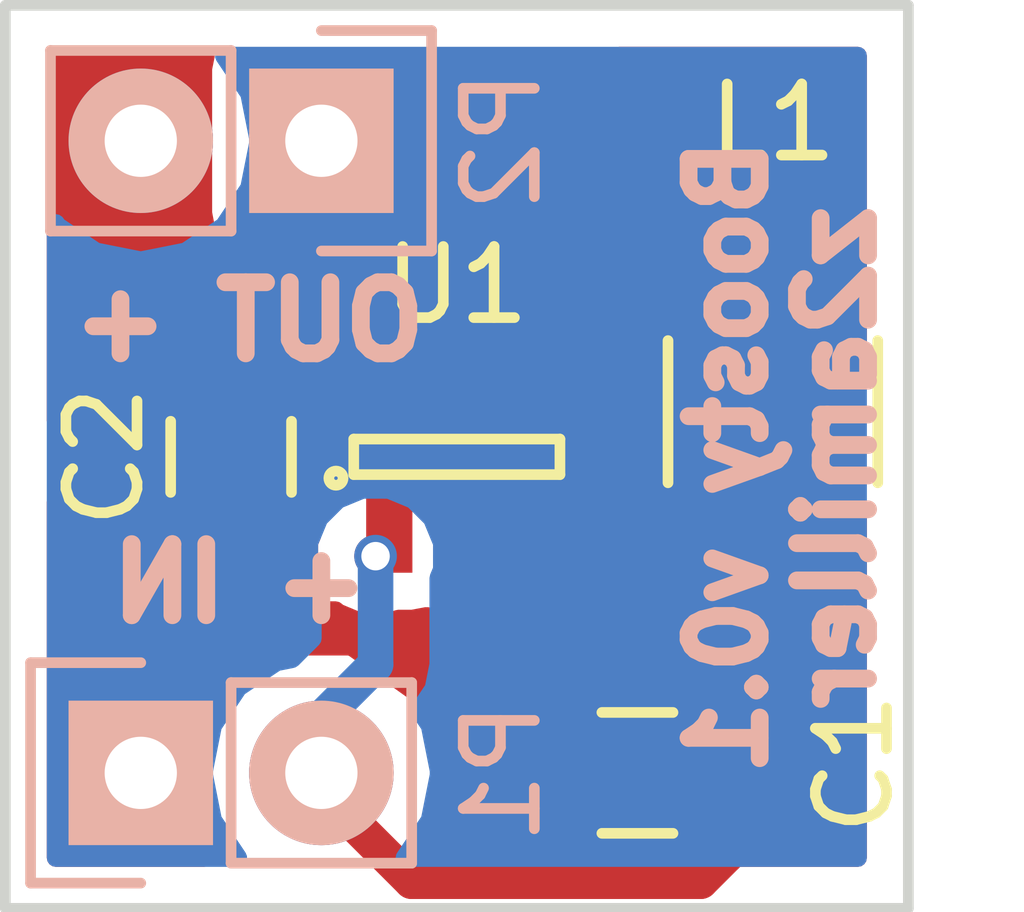
<source format=kicad_pcb>
(kicad_pcb (version 4) (host pcbnew "(2015-10-28 BZR 6285)-product")

  (general
    (links 11)
    (no_connects 0)
    (area 150.715 101.571666 167.505 120.678333)
    (thickness 1.6)
    (drawings 8)
    (tracks 31)
    (zones 0)
    (modules 6)
    (nets 5)
  )

  (page A4)
  (layers
    (0 F.Cu signal)
    (31 B.Cu signal)
    (32 B.Adhes user)
    (33 F.Adhes user)
    (34 B.Paste user)
    (35 F.Paste user)
    (36 B.SilkS user)
    (37 F.SilkS user)
    (38 B.Mask user)
    (39 F.Mask user)
    (40 Dwgs.User user)
    (41 Cmts.User user)
    (42 Eco1.User user)
    (43 Eco2.User user)
    (44 Edge.Cuts user)
    (45 Margin user)
    (46 B.CrtYd user)
    (47 F.CrtYd user)
    (48 B.Fab user)
    (49 F.Fab user)
  )

  (setup
    (last_trace_width 0.25)
    (trace_clearance 0.2)
    (zone_clearance 0.508)
    (zone_45_only no)
    (trace_min 0.2)
    (segment_width 0.2)
    (edge_width 0.15)
    (via_size 0.6)
    (via_drill 0.4)
    (via_min_size 0.4)
    (via_min_drill 0.3)
    (uvia_size 0.3)
    (uvia_drill 0.1)
    (uvias_allowed no)
    (uvia_min_size 0.2)
    (uvia_min_drill 0.1)
    (pcb_text_width 0.3)
    (pcb_text_size 1.5 1.5)
    (mod_edge_width 0.15)
    (mod_text_size 1 1)
    (mod_text_width 0.15)
    (pad_size 1.524 1.524)
    (pad_drill 0.762)
    (pad_to_mask_clearance 0.2)
    (aux_axis_origin 0 0)
    (visible_elements FFFFFF7F)
    (pcbplotparams
      (layerselection 0x010f0_80000001)
      (usegerberextensions true)
      (excludeedgelayer true)
      (linewidth 0.100000)
      (plotframeref false)
      (viasonmask false)
      (mode 1)
      (useauxorigin false)
      (hpglpennumber 1)
      (hpglpenspeed 20)
      (hpglpendiameter 15)
      (hpglpenoverlay 2)
      (psnegative false)
      (psa4output false)
      (plotreference true)
      (plotvalue true)
      (plotinvisibletext false)
      (padsonsilk false)
      (subtractmaskfromsilk false)
      (outputformat 1)
      (mirror false)
      (drillshape 0)
      (scaleselection 1)
      (outputdirectory gerber))
  )

  (net 0 "")
  (net 1 +BATT)
  (net 2 GND)
  (net 3 +5V)
  (net 4 "Net-(L1-Pad2)")

  (net_class Default "This is the default net class."
    (clearance 0.2)
    (trace_width 0.25)
    (via_dia 0.6)
    (via_drill 0.4)
    (uvia_dia 0.3)
    (uvia_drill 0.1)
    (add_net "Net-(L1-Pad2)")
  )

  (net_class thick ""
    (clearance 0.2)
    (trace_width 0.5)
    (via_dia 0.6)
    (via_drill 0.4)
    (uvia_dia 0.3)
    (uvia_drill 0.1)
    (add_net +5V)
    (add_net +BATT)
    (add_net GND)
  )

  (module Capacitors_SMD:C_0805_HandSoldering (layer F.Cu) (tedit 56496F54) (tstamp 56496937)
    (at 161.925 115.57 180)
    (descr "Capacitor SMD 0805, hand soldering")
    (tags "capacitor 0805")
    (path /564968F7)
    (zone_connect 2)
    (attr smd)
    (fp_text reference C1 (at -3.048 0.127 270) (layer F.SilkS)
      (effects (font (size 1 1) (thickness 0.15)))
    )
    (fp_text value 10uF (at 0 2.1 180) (layer F.Fab)
      (effects (font (size 1 1) (thickness 0.15)))
    )
    (fp_line (start -2.3 -1) (end 2.3 -1) (layer F.CrtYd) (width 0.05))
    (fp_line (start -2.3 1) (end 2.3 1) (layer F.CrtYd) (width 0.05))
    (fp_line (start -2.3 -1) (end -2.3 1) (layer F.CrtYd) (width 0.05))
    (fp_line (start 2.3 -1) (end 2.3 1) (layer F.CrtYd) (width 0.05))
    (fp_line (start 0.5 -0.85) (end -0.5 -0.85) (layer F.SilkS) (width 0.15))
    (fp_line (start -0.5 0.85) (end 0.5 0.85) (layer F.SilkS) (width 0.15))
    (pad 1 smd rect (at -1.25 0 180) (size 1.5 1.25) (layers F.Cu F.Paste F.Mask)
      (net 1 +BATT) (zone_connect 2))
    (pad 2 smd rect (at 1.25 0 180) (size 1.5 1.25) (layers F.Cu F.Paste F.Mask)
      (net 2 GND) (zone_connect 2))
    (model Capacitors_SMD.3dshapes/C_0805_HandSoldering.wrl
      (at (xyz 0 0 0))
      (scale (xyz 1 1 1))
      (rotate (xyz 0 0 0))
    )
  )

  (module Capacitors_SMD:C_0805_HandSoldering (layer F.Cu) (tedit 56496E39) (tstamp 5649693D)
    (at 156.21 111.125 270)
    (descr "Capacitor SMD 0805, hand soldering")
    (tags "capacitor 0805")
    (path /564969AA)
    (zone_connect 2)
    (attr smd)
    (fp_text reference C2 (at 0 1.778 270) (layer F.SilkS)
      (effects (font (size 1 1) (thickness 0.15)))
    )
    (fp_text value 10uF (at 0 2.1 270) (layer F.Fab)
      (effects (font (size 1 1) (thickness 0.15)))
    )
    (fp_line (start -2.3 -1) (end 2.3 -1) (layer F.CrtYd) (width 0.05))
    (fp_line (start -2.3 1) (end 2.3 1) (layer F.CrtYd) (width 0.05))
    (fp_line (start -2.3 -1) (end -2.3 1) (layer F.CrtYd) (width 0.05))
    (fp_line (start 2.3 -1) (end 2.3 1) (layer F.CrtYd) (width 0.05))
    (fp_line (start 0.5 -0.85) (end -0.5 -0.85) (layer F.SilkS) (width 0.15))
    (fp_line (start -0.5 0.85) (end 0.5 0.85) (layer F.SilkS) (width 0.15))
    (pad 1 smd rect (at -1.25 0 270) (size 1.5 1.25) (layers F.Cu F.Paste F.Mask)
      (net 3 +5V) (zone_connect 2))
    (pad 2 smd rect (at 1.25 0 270) (size 1.5 1.25) (layers F.Cu F.Paste F.Mask)
      (net 2 GND) (zone_connect 2))
    (model Capacitors_SMD.3dshapes/C_0805_HandSoldering.wrl
      (at (xyz 0 0 0))
      (scale (xyz 1 1 1))
      (rotate (xyz 0 0 0))
    )
  )

  (module Resistors_SMD:R_1210_HandSoldering (layer F.Cu) (tedit 56496E27) (tstamp 56496943)
    (at 163.83 110.49 90)
    (descr "Resistor SMD 1210, hand soldering")
    (tags "resistor 1210")
    (path /56496A68)
    (zone_connect 2)
    (attr smd)
    (fp_text reference L1 (at 4.064 0 180) (layer F.SilkS)
      (effects (font (size 1 1) (thickness 0.15)))
    )
    (fp_text value 4.7uH (at 0 2.7 90) (layer F.Fab)
      (effects (font (size 1 1) (thickness 0.15)))
    )
    (fp_line (start -3.3 -1.6) (end 3.3 -1.6) (layer F.CrtYd) (width 0.05))
    (fp_line (start -3.3 1.6) (end 3.3 1.6) (layer F.CrtYd) (width 0.05))
    (fp_line (start -3.3 -1.6) (end -3.3 1.6) (layer F.CrtYd) (width 0.05))
    (fp_line (start 3.3 -1.6) (end 3.3 1.6) (layer F.CrtYd) (width 0.05))
    (fp_line (start 1 1.475) (end -1 1.475) (layer F.SilkS) (width 0.15))
    (fp_line (start -1 -1.475) (end 1 -1.475) (layer F.SilkS) (width 0.15))
    (pad 1 smd rect (at -2 0 90) (size 2 2.5) (layers F.Cu F.Paste F.Mask)
      (net 1 +BATT) (zone_connect 2))
    (pad 2 smd rect (at 2 0 90) (size 2 2.5) (layers F.Cu F.Paste F.Mask)
      (net 4 "Net-(L1-Pad2)") (zone_connect 2))
    (model Resistors_SMD.3dshapes/R_1210_HandSoldering.wrl
      (at (xyz 0 0 0))
      (scale (xyz 1 1 1))
      (rotate (xyz 0 0 0))
    )
  )

  (module Pin_Headers:Pin_Header_Straight_1x02 (layer B.Cu) (tedit 56496FE4) (tstamp 56496949)
    (at 154.94 115.57 270)
    (descr "Through hole pin header")
    (tags "pin header")
    (path /564966CC)
    (zone_connect 2)
    (fp_text reference P1 (at 0 -5.08 270) (layer B.SilkS)
      (effects (font (size 1 1) (thickness 0.15)) (justify mirror))
    )
    (fp_text value CONN_01X02 (at 0 3.1 270) (layer B.Fab) hide
      (effects (font (size 1 1) (thickness 0.15)) (justify mirror))
    )
    (fp_line (start 1.27 -1.27) (end 1.27 -3.81) (layer B.SilkS) (width 0.15))
    (fp_line (start 1.55 1.55) (end 1.55 0) (layer B.SilkS) (width 0.15))
    (fp_line (start -1.75 1.75) (end -1.75 -4.3) (layer B.CrtYd) (width 0.05))
    (fp_line (start 1.75 1.75) (end 1.75 -4.3) (layer B.CrtYd) (width 0.05))
    (fp_line (start -1.75 1.75) (end 1.75 1.75) (layer B.CrtYd) (width 0.05))
    (fp_line (start -1.75 -4.3) (end 1.75 -4.3) (layer B.CrtYd) (width 0.05))
    (fp_line (start 1.27 -1.27) (end -1.27 -1.27) (layer B.SilkS) (width 0.15))
    (fp_line (start -1.55 0) (end -1.55 1.55) (layer B.SilkS) (width 0.15))
    (fp_line (start -1.55 1.55) (end 1.55 1.55) (layer B.SilkS) (width 0.15))
    (fp_line (start -1.27 -1.27) (end -1.27 -3.81) (layer B.SilkS) (width 0.15))
    (fp_line (start -1.27 -3.81) (end 1.27 -3.81) (layer B.SilkS) (width 0.15))
    (pad 1 thru_hole rect (at 0 0 270) (size 2.032 2.032) (drill 1.016) (layers *.Cu *.Mask B.SilkS)
      (net 2 GND) (zone_connect 2))
    (pad 2 thru_hole oval (at 0 -2.54 270) (size 2.032 2.032) (drill 1.016) (layers *.Cu *.Mask B.SilkS)
      (net 1 +BATT) (zone_connect 2))
    (model Pin_Headers.3dshapes/Pin_Header_Straight_1x02.wrl
      (at (xyz 0 -0.05 0))
      (scale (xyz 1 1 1))
      (rotate (xyz 0 0 90))
    )
  )

  (module Pin_Headers:Pin_Header_Straight_1x02 (layer B.Cu) (tedit 56496DE8) (tstamp 5649694F)
    (at 157.48 106.68 90)
    (descr "Through hole pin header")
    (tags "pin header")
    (path /56496723)
    (zone_connect 2)
    (fp_text reference P2 (at 0 2.54 90) (layer B.SilkS)
      (effects (font (size 1 1) (thickness 0.15)) (justify mirror))
    )
    (fp_text value CONN_01X02 (at 0 3.1 90) (layer B.Fab) hide
      (effects (font (size 1 1) (thickness 0.15)) (justify mirror))
    )
    (fp_line (start 1.27 -1.27) (end 1.27 -3.81) (layer B.SilkS) (width 0.15))
    (fp_line (start 1.55 1.55) (end 1.55 0) (layer B.SilkS) (width 0.15))
    (fp_line (start -1.75 1.75) (end -1.75 -4.3) (layer B.CrtYd) (width 0.05))
    (fp_line (start 1.75 1.75) (end 1.75 -4.3) (layer B.CrtYd) (width 0.05))
    (fp_line (start -1.75 1.75) (end 1.75 1.75) (layer B.CrtYd) (width 0.05))
    (fp_line (start -1.75 -4.3) (end 1.75 -4.3) (layer B.CrtYd) (width 0.05))
    (fp_line (start 1.27 -1.27) (end -1.27 -1.27) (layer B.SilkS) (width 0.15))
    (fp_line (start -1.55 0) (end -1.55 1.55) (layer B.SilkS) (width 0.15))
    (fp_line (start -1.55 1.55) (end 1.55 1.55) (layer B.SilkS) (width 0.15))
    (fp_line (start -1.27 -1.27) (end -1.27 -3.81) (layer B.SilkS) (width 0.15))
    (fp_line (start -1.27 -3.81) (end 1.27 -3.81) (layer B.SilkS) (width 0.15))
    (pad 1 thru_hole rect (at 0 0 90) (size 2.032 2.032) (drill 1.016) (layers *.Cu *.Mask B.SilkS)
      (net 2 GND) (zone_connect 2))
    (pad 2 thru_hole oval (at 0 -2.54 90) (size 2.032 2.032) (drill 1.016) (layers *.Cu *.Mask B.SilkS)
      (net 3 +5V) (zone_connect 2))
    (model Pin_Headers.3dshapes/Pin_Header_Straight_1x02.wrl
      (at (xyz 0 -0.05 0))
      (scale (xyz 1 1 1))
      (rotate (xyz 0 0 90))
    )
  )

  (module TO_SOT_Packages_SMD:SOT-23-5 (layer F.Cu) (tedit 564972AA) (tstamp 56496958)
    (at 159.385 111.125 90)
    (descr "5-pin SOT23 package")
    (tags SOT-23-5)
    (path /56496691)
    (solder_mask_margin 0.05)
    (zone_connect 2)
    (attr smd)
    (fp_text reference U1 (at 2.413 0 180) (layer F.SilkS)
      (effects (font (size 1 1) (thickness 0.15)))
    )
    (fp_text value XC9140 (at -0.05 2.35 90) (layer F.Fab)
      (effects (font (size 1 1) (thickness 0.15)))
    )
    (fp_line (start -1.8 -1.6) (end 1.8 -1.6) (layer F.CrtYd) (width 0.05))
    (fp_line (start 1.8 -1.6) (end 1.8 1.6) (layer F.CrtYd) (width 0.05))
    (fp_line (start 1.8 1.6) (end -1.8 1.6) (layer F.CrtYd) (width 0.05))
    (fp_line (start -1.8 1.6) (end -1.8 -1.6) (layer F.CrtYd) (width 0.05))
    (fp_circle (center -0.3 -1.7) (end -0.2 -1.7) (layer F.SilkS) (width 0.15))
    (fp_line (start 0.25 -1.45) (end -0.25 -1.45) (layer F.SilkS) (width 0.15))
    (fp_line (start 0.25 1.45) (end 0.25 -1.45) (layer F.SilkS) (width 0.15))
    (fp_line (start -0.25 1.45) (end 0.25 1.45) (layer F.SilkS) (width 0.15))
    (fp_line (start -0.25 -1.45) (end -0.25 1.45) (layer F.SilkS) (width 0.15))
    (pad 1 smd rect (at -1.1 -0.95 90) (size 1.06 0.65) (layers F.Cu F.Paste F.Mask)
      (net 1 +BATT) (zone_connect 2))
    (pad 2 smd rect (at -1.1 0 90) (size 1.06 0.65) (layers F.Cu F.Paste F.Mask)
      (net 2 GND) (zone_connect 2))
    (pad 3 smd rect (at -1.1 0.95 90) (size 1.06 0.65) (layers F.Cu F.Paste F.Mask)
      (net 1 +BATT) (zone_connect 2))
    (pad 4 smd rect (at 1.1 0.95 90) (size 1.06 0.65) (layers F.Cu F.Paste F.Mask)
      (net 3 +5V) (zone_connect 2))
    (pad 5 smd rect (at 1.1 -0.95 90) (size 1.06 0.65) (layers F.Cu F.Paste F.Mask)
      (net 4 "Net-(L1-Pad2)") (zone_connect 2))
    (model TO_SOT_Packages_SMD.3dshapes/SOT-23-5.wrl
      (at (xyz 0 0 0))
      (scale (xyz 1 1 1))
      (rotate (xyz 0 0 0))
    )
  )

  (gr_text "Boosty v0.1" (at 163.195 111.125 90) (layer B.SilkS)
    (effects (font (size 1 1) (thickness 0.25)) (justify mirror))
  )
  (gr_text z2amiller (at 164.719 111.125 90) (layer B.SilkS)
    (effects (font (size 1 1) (thickness 0.25)) (justify mirror))
  )
  (gr_text "+ IN" (at 156.337 112.903) (layer B.SilkS)
    (effects (font (size 1 1) (thickness 0.25)) (justify mirror))
  )
  (gr_text "OUT +" (at 156.464 109.22) (layer B.SilkS)
    (effects (font (size 1 1) (thickness 0.25)) (justify mirror))
  )
  (gr_line (start 165.735 104.775) (end 153.035 104.775) (angle 90) (layer Edge.Cuts) (width 0.15))
  (gr_line (start 165.735 117.475) (end 165.735 104.775) (angle 90) (layer Edge.Cuts) (width 0.15))
  (gr_line (start 153.035 117.475) (end 165.735 117.475) (angle 90) (layer Edge.Cuts) (width 0.15))
  (gr_line (start 153.035 104.775) (end 153.035 117.475) (angle 90) (layer Edge.Cuts) (width 0.15))

  (segment (start 163.83 112.49) (end 163.83 114.915) (width 0.5) (layer F.Cu) (net 1))
  (segment (start 163.83 114.915) (end 163.175 115.57) (width 0.5) (layer F.Cu) (net 1) (tstamp 56496F2A))
  (segment (start 163.83 112.49) (end 160.6 112.49) (width 0.5) (layer F.Cu) (net 1) (status 20))
  (segment (start 160.6 112.49) (end 160.335 112.225) (width 0.5) (layer F.Cu) (net 1) (tstamp 56496F27) (status 30))
  (segment (start 163.175 115.57) (end 163.175 115.065) (width 0.5) (layer F.Cu) (net 1))
  (segment (start 163.175 115.065) (end 160.335 112.225) (width 0.5) (layer F.Cu) (net 1) (tstamp 56496F23) (status 20))
  (segment (start 157.48 115.57) (end 157.48 114.808) (width 0.5) (layer B.Cu) (net 1))
  (segment (start 157.48 114.808) (end 158.242 114.046) (width 0.5) (layer B.Cu) (net 1) (tstamp 56496CBE))
  (segment (start 158.242 112.522) (end 158.435 112.225) (width 0.5) (layer F.Cu) (net 1) (tstamp 56496CC5) (status 30))
  (via (at 158.242 112.522) (size 0.6) (drill 0.4) (layers F.Cu B.Cu) (net 1) (status 30))
  (segment (start 158.242 114.046) (end 158.242 112.522) (width 0.5) (layer B.Cu) (net 1) (tstamp 56496CC0))
  (segment (start 157.48 115.57) (end 157.48 115.824) (width 0.5) (layer F.Cu) (net 1))
  (segment (start 157.48 115.824) (end 158.75 117.094) (width 0.5) (layer F.Cu) (net 1) (tstamp 56496C9A))
  (segment (start 163.175 116.733) (end 163.175 115.57) (width 0.5) (layer F.Cu) (net 1) (tstamp 56496CA1))
  (segment (start 162.814 117.094) (end 163.175 116.733) (width 0.5) (layer F.Cu) (net 1) (tstamp 56496CA0))
  (segment (start 158.75 117.094) (end 162.814 117.094) (width 0.5) (layer F.Cu) (net 1) (tstamp 56496C9B))
  (segment (start 159.385 112.225) (end 159.385 113.284) (width 0.5) (layer F.Cu) (net 2))
  (segment (start 157.5 113.665) (end 156.21 112.375) (width 0.5) (layer F.Cu) (net 2) (tstamp 564971F3))
  (segment (start 159.004 113.665) (end 157.5 113.665) (width 0.5) (layer F.Cu) (net 2) (tstamp 564971F2))
  (segment (start 159.385 113.284) (end 159.004 113.665) (width 0.5) (layer F.Cu) (net 2) (tstamp 564971EE))
  (segment (start 159.385 112.225) (end 159.385 114.28) (width 0.5) (layer F.Cu) (net 2))
  (segment (start 159.385 114.28) (end 160.675 115.57) (width 0.5) (layer F.Cu) (net 2) (tstamp 564971E2))
  (segment (start 159.385 114.28) (end 160.675 115.57) (width 0.5) (layer F.Cu) (net 2) (tstamp 56496F2F))
  (segment (start 160.335 110.025) (end 160.335 109.789) (width 0.5) (layer F.Cu) (net 3) (status 30))
  (segment (start 160.335 109.789) (end 159.512 108.966) (width 0.5) (layer F.Cu) (net 3) (tstamp 56496B4C) (status 10))
  (segment (start 159.512 108.966) (end 157.119 108.966) (width 0.5) (layer F.Cu) (net 3) (tstamp 56496B4E))
  (segment (start 157.119 108.966) (end 156.21 109.875) (width 0.5) (layer F.Cu) (net 3) (tstamp 56496B50))
  (segment (start 158.435 110.025) (end 158.539 110.025) (width 0.25) (layer F.Cu) (net 4) (status 30))
  (segment (start 158.539 110.025) (end 159.512 110.998) (width 0.25) (layer F.Cu) (net 4) (tstamp 56496AD9) (status 10))
  (segment (start 159.512 110.998) (end 161.322 110.998) (width 0.25) (layer F.Cu) (net 4) (tstamp 56496ADB))
  (segment (start 161.322 110.998) (end 163.83 108.49) (width 0.25) (layer F.Cu) (net 4) (tstamp 56496ADE))

  (zone (net 4) (net_name "Net-(L1-Pad2)") (layer F.Cu) (tstamp 56496B1D) (hatch edge 0.508)
    (connect_pads (clearance 0.508))
    (min_thickness 0.254)
    (fill yes (arc_segments 16) (thermal_gap 0.508) (thermal_bridge_width 0.508))
    (polygon
      (pts
        (xy 165.354 109.728) (xy 162.56 109.728) (xy 161.544 110.744) (xy 161.544 105.156) (xy 165.354 105.156)
        (xy 165.354 109.728)
      )
    )
    (filled_polygon
      (pts
        (xy 165.025 109.601) (xy 162.56 109.601) (xy 162.51059 109.611006) (xy 162.470197 109.638197) (xy 161.671 110.437394)
        (xy 161.671 105.485) (xy 165.025 105.485)
      )
    )
  )
  (zone (net 3) (net_name +5V) (layer F.Cu) (tstamp 56496BBD) (hatch edge 0.508)
    (connect_pads (clearance 0.508))
    (min_thickness 0.254)
    (fill yes (arc_segments 16) (thermal_gap 0.508) (thermal_bridge_width 0.508))
    (polygon
      (pts
        (xy 156.591 107.95) (xy 157.607 108.966) (xy 157.226 110.744) (xy 153.416 110.744) (xy 153.416 105.156)
        (xy 156.21 105.156) (xy 156.21 107.95)
      )
    )
    (filled_polygon
      (pts
        (xy 155.81656 105.664) (xy 155.81656 107.696) (xy 155.860838 107.931317) (xy 155.99991 108.147441) (xy 156.21211 108.292431)
        (xy 156.464 108.34344) (xy 156.804834 108.34344) (xy 157.468342 109.006948) (xy 157.123331 110.617) (xy 153.745 110.617)
        (xy 153.745 105.485) (xy 155.852808 105.485)
      )
    )
  )
  (zone (net 1) (net_name +BATT) (layer F.Cu) (tstamp 56496C20) (hatch edge 0.508)
    (connect_pads yes (clearance 0.508))
    (min_thickness 0.254)
    (fill yes (mode segment) (arc_segments 16) (thermal_gap 0.508) (thermal_bridge_width 0.508))
    (polygon
      (pts
        (xy 165.354 117.094) (xy 162.306 117.094) (xy 162.306 114.808) (xy 159.893 112.776) (xy 160.02 111.76)
        (xy 165.481 111.76) (xy 165.354 117.094)
      )
    )
    (filled_polygon
      (pts
        (xy 165.025 116.765) (xy 162.433 116.765) (xy 162.433 114.808) (xy 162.422994 114.75859) (xy 162.387805 114.710856)
        (xy 160.314868 112.965225) (xy 160.35744 112.755) (xy 160.35744 111.887) (xy 165.025 111.887)
      )
    )
    (fill_segments
      (pts (xy 160.35744 111.887) (xy 165.025 111.887))
      (pts (xy 160.35744 112.0902) (xy 165.025 112.0902))
      (pts (xy 160.35744 112.2934) (xy 165.025 112.2934))
      (pts (xy 160.35744 112.4966) (xy 165.025 112.4966))
      (pts (xy 160.35744 112.6998) (xy 165.025 112.6998))
      (pts (xy 160.327468 112.903) (xy 165.025 112.903))
      (pts (xy 160.482276 113.1062) (xy 165.025 113.1062))
      (pts (xy 160.723576 113.3094) (xy 165.025 113.3094))
      (pts (xy 160.964876 113.5126) (xy 165.025 113.5126))
      (pts (xy 161.206176 113.7158) (xy 165.025 113.7158))
      (pts (xy 161.447476 113.919) (xy 165.025 113.919))
      (pts (xy 161.688776 114.1222) (xy 165.025 114.1222))
      (pts (xy 161.930076 114.3254) (xy 165.025 114.3254))
      (pts (xy 162.171376 114.5286) (xy 165.025 114.5286))
      (pts (xy 162.403245 114.7318) (xy 165.025 114.7318))
      (pts (xy 162.433 114.935) (xy 165.025 114.935))
      (pts (xy 162.433 115.1382) (xy 165.025 115.1382))
      (pts (xy 162.433 115.3414) (xy 165.025 115.3414))
      (pts (xy 162.433 115.5446) (xy 165.025 115.5446))
      (pts (xy 162.433 115.7478) (xy 165.025 115.7478))
      (pts (xy 162.433 115.951) (xy 165.025 115.951))
      (pts (xy 162.433 116.1542) (xy 165.025 116.1542))
      (pts (xy 162.433 116.3574) (xy 165.025 116.3574))
      (pts (xy 162.433 116.5606) (xy 165.025 116.5606))
      (pts (xy 162.433 116.7638) (xy 165.025 116.7638))
    )
  )
  (zone (net 2) (net_name GND) (layer F.Cu) (tstamp 56496CD8) (hatch full 0.508)
    (connect_pads (clearance 0.508))
    (min_thickness 0.254)
    (fill yes (arc_segments 16) (thermal_gap 0.508) (thermal_bridge_width 0.508))
    (polygon
      (pts
        (xy 157.48 113.157) (xy 158.877 113.157) (xy 161.798 115.062) (xy 161.798 116.586) (xy 159.258 116.586)
        (xy 159.258 114.916857) (xy 157.861 113.919) (xy 155.956 113.919) (xy 155.956 117.221) (xy 153.289 117.221)
        (xy 153.289 111.633) (xy 157.48 111.633) (xy 157.48 113.157)
      )
    )
    (filled_polygon
      (pts
        (xy 157.353 112.224811) (xy 157.307162 112.335201) (xy 157.306838 112.707167) (xy 157.353 112.818888) (xy 157.353 113.157)
        (xy 157.363006 113.20641) (xy 157.391447 113.248035) (xy 157.433841 113.275315) (xy 157.48 113.284) (xy 157.681534 113.284)
        (xy 157.711673 113.314192) (xy 158.055201 113.456838) (xy 158.427167 113.457162) (xy 158.559605 113.40244) (xy 158.76 113.40244)
        (xy 158.962445 113.364347) (xy 161.671 115.130796) (xy 161.671 116.209) (xy 159.385 116.209) (xy 159.385 114.916857)
        (xy 159.374994 114.867447) (xy 159.331817 114.813513) (xy 157.934817 113.815656) (xy 157.888795 113.795079) (xy 157.861 113.792)
        (xy 155.956 113.792) (xy 155.90659 113.802006) (xy 155.864965 113.830447) (xy 155.837685 113.872841) (xy 155.829 113.919)
        (xy 155.829 116.765) (xy 153.745 116.765) (xy 153.745 111.76) (xy 157.353 111.76)
      )
    )
  )
  (zone (net 2) (net_name GND) (layer B.Cu) (tstamp 56496D3A) (hatch edge 0.508)
    (connect_pads (clearance 0.508))
    (min_thickness 0.254)
    (fill yes (arc_segments 16) (thermal_gap 0.508) (thermal_bridge_width 0.508))
    (polygon
      (pts
        (xy 165.354 105.156) (xy 165.354 117.348) (xy 153.162 117.348) (xy 153.162 104.902) (xy 165.354 104.902)
        (xy 165.354 105.41)
      )
    )
    (filled_polygon
      (pts
        (xy 165.025 116.765) (xy 158.650626 116.765) (xy 159.005325 116.234155) (xy 159.131 115.602345) (xy 159.131 115.537655)
        (xy 159.005325 114.905845) (xy 158.856486 114.683093) (xy 158.867787 114.671792) (xy 158.86779 114.67179) (xy 159.059633 114.384675)
        (xy 159.07081 114.328484) (xy 159.127001 114.046) (xy 159.127 114.045995) (xy 159.127 112.828822) (xy 159.176838 112.708799)
        (xy 159.177162 112.336833) (xy 159.035117 111.993057) (xy 158.772327 111.729808) (xy 158.428799 111.587162) (xy 158.056833 111.586838)
        (xy 157.713057 111.728883) (xy 157.449808 111.991673) (xy 157.307162 112.335201) (xy 157.306838 112.707167) (xy 157.357 112.828569)
        (xy 157.357 113.679421) (xy 157.067767 113.968653) (xy 156.84819 114.01233) (xy 156.312567 114.370222) (xy 155.954675 114.905845)
        (xy 155.829 115.537655) (xy 155.829 115.602345) (xy 155.954675 116.234155) (xy 156.309374 116.765) (xy 153.745 116.765)
        (xy 153.745 107.838521) (xy 153.772567 107.879778) (xy 154.30819 108.23767) (xy 154.94 108.363345) (xy 155.57181 108.23767)
        (xy 156.107433 107.879778) (xy 156.465325 107.344155) (xy 156.591 106.712345) (xy 156.591 106.647655) (xy 156.465325 106.015845)
        (xy 156.110626 105.485) (xy 165.025 105.485)
      )
    )
  )
)

</source>
